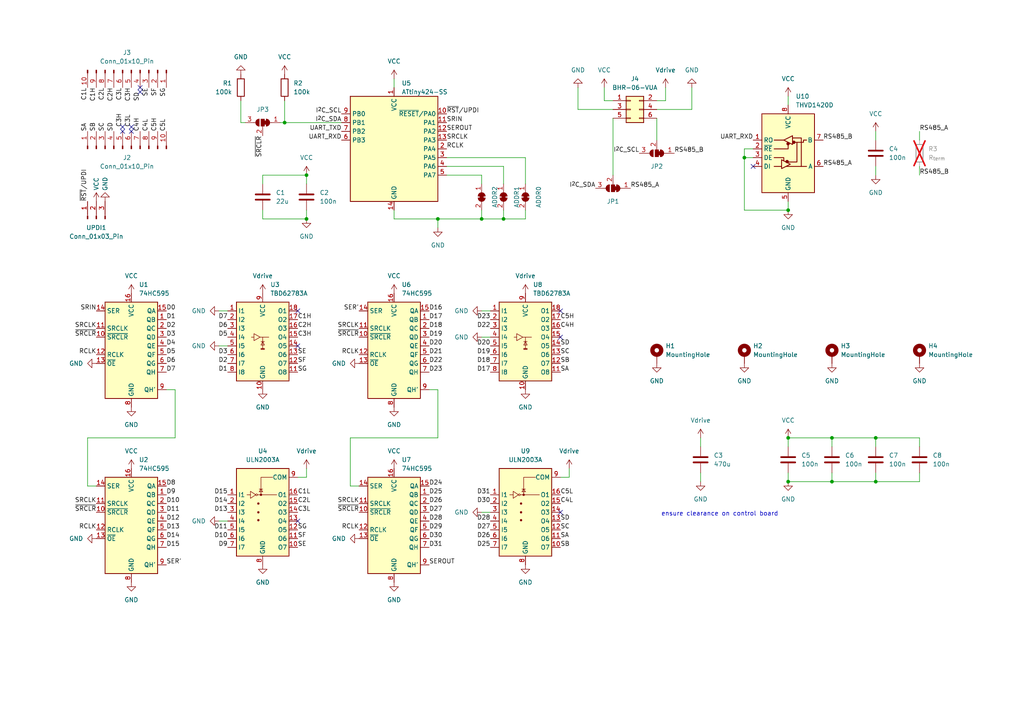
<source format=kicad_sch>
(kicad_sch (version 20230121) (generator eeschema)
  (paper "A4")
  (lib_symbols
    (symbol "74xx:74HC595"
      (property "Reference" "U" (at -7.62 13.97 0))
      (property "Value" "74HC595" (at -7.62 -16.51 0))
      (symbol "74HC595_1_0"
        (pin tri_state line (at 10.16 7.62 180) (length 2.54) (name "QB") (number "1"))
        (pin input line (at -10.16 2.54 0) (length 2.54) (name "~{SRCLR}") (number "10"))
        (pin input line (at -10.16 5.08 0) (length 2.54) (name "SRCLK") (number "11"))
        (pin input line (at -10.16 -2.54 0) (length 2.54) (name "RCLK") (number "12"))
        (pin input line (at -10.16 -5.08 0) (length 2.54) (name "~{OE}") (number "13"))
        (pin input line (at -10.16 10.16 0) (length 2.54) (name "SER") (number "14"))
        (pin tri_state line (at 10.16 10.16 180) (length 2.54) (name "QA") (number "15"))
        (pin power_in line (at 0 15.24 270) (length 2.54) (name "VCC") (number "16"))
        (pin tri_state line (at 10.16 5.08 180) (length 2.54) (name "QC") (number "2"))
        (pin tri_state line (at 10.16 2.54 180) (length 2.54) (name "QD") (number "3"))
        (pin tri_state line (at 10.16 0 180) (length 2.54) (name "QE") (number "4"))
        (pin tri_state line (at 10.16 -2.54 180) (length 2.54) (name "QF") (number "5"))
        (pin tri_state line (at 10.16 -5.08 180) (length 2.54) (name "QG") (number "6"))
        (pin tri_state line (at 10.16 -7.62 180) (length 2.54) (name "QH") (number "7"))
        (pin power_in line (at 0 -17.78 90) (length 2.54) (name "GND") (number "8"))
        (pin output line (at 10.16 -12.7 180) (length 2.54) (name "QH'") (number "9"))
      )
      (symbol "74HC595_1_1"
        (rectangle (start -7.62 12.7) (end 7.62 -15.24) (stroke (width 0.254)) (fill (type background)))
      )
    )
    (symbol "Connector:Conn_01x03_Pin" (pin_names (offset 1.016) hide)
      (property "Reference" "J" (at 0 5.08 0))
      (property "Value" "Conn_01x03_Pin" (at 0 -5.08 0))
      (symbol "Conn_01x03_Pin_1_1"
        (polyline (pts (xy 1.27 -2.54) (xy 0.8636 -2.54)) (stroke (width 0.1524)))
        (polyline (pts (xy 1.27 0) (xy 0.8636 0)) (stroke (width 0.1524)))
        (polyline (pts (xy 1.27 2.54) (xy 0.8636 2.54)) (stroke (width 0.1524)))
        (rectangle (start 0.8636 -2.413) (end 0 -2.667) (stroke (width 0.1524)) (fill (type outline)))
        (rectangle (start 0.8636 0.127) (end 0 -0.127) (stroke (width 0.1524)) (fill (type outline)))
        (rectangle (start 0.8636 2.667) (end 0 2.413) (stroke (width 0.1524)) (fill (type outline)))
        (pin passive line (at 5.08 2.54 180) (length 3.81) (name "Pin_1") (number "1"))
        (pin passive line (at 5.08 0 180) (length 3.81) (name "Pin_2") (number "2"))
        (pin passive line (at 5.08 -2.54 180) (length 3.81) (name "Pin_3") (number "3"))
      )
    )
    (symbol "Connector:Conn_01x10_Pin" (pin_names (offset 1.016) hide)
      (property "Reference" "J" (at 0 12.7 0))
      (property "Value" "Conn_01x10_Pin" (at 0 -15.24 0))
      (symbol "Conn_01x10_Pin_1_1"
        (polyline (pts (xy 1.27 -12.7) (xy 0.8636 -12.7)) (stroke (width 0.1524)))
        (polyline (pts (xy 1.27 -10.16) (xy 0.8636 -10.16)) (stroke (width 0.1524)))
        (polyline (pts (xy 1.27 -7.62) (xy 0.8636 -7.62)) (stroke (width 0.1524)))
        (polyline (pts (xy 1.27 -5.08) (xy 0.8636 -5.08)) (stroke (width 0.1524)))
        (polyline (pts (xy 1.27 -2.54) (xy 0.8636 -2.54)) (stroke (width 0.1524)))
        (polyline (pts (xy 1.27 0) (xy 0.8636 0)) (stroke (width 0.1524)))
        (polyline (pts (xy 1.27 2.54) (xy 0.8636 2.54)) (stroke (width 0.1524)))
        (polyline (pts (xy 1.27 5.08) (xy 0.8636 5.08)) (stroke (width 0.1524)))
        (polyline (pts (xy 1.27 7.62) (xy 0.8636 7.62)) (stroke (width 0.1524)))
        (polyline (pts (xy 1.27 10.16) (xy 0.8636 10.16)) (stroke (width 0.1524)))
        (rectangle (start 0.8636 -12.573) (end 0 -12.827) (stroke (width 0.1524)) (fill (type outline)))
        (rectangle (start 0.8636 -10.033) (end 0 -10.287) (stroke (width 0.1524)) (fill (type outline)))
        (rectangle (start 0.8636 -7.493) (end 0 -7.747) (stroke (width 0.1524)) (fill (type outline)))
        (rectangle (start 0.8636 -4.953) (end 0 -5.207) (stroke (width 0.1524)) (fill (type outline)))
        (rectangle (start 0.8636 -2.413) (end 0 -2.667) (stroke (width 0.1524)) (fill (type outline)))
        (rectangle (start 0.8636 0.127) (end 0 -0.127) (stroke (width 0.1524)) (fill (type outline)))
        (rectangle (start 0.8636 2.667) (end 0 2.413) (stroke (width 0.1524)) (fill (type outline)))
        (rectangle (start 0.8636 5.207) (end 0 4.953) (stroke (width 0.1524)) (fill (type outline)))
        (rectangle (start 0.8636 7.747) (end 0 7.493) (stroke (width 0.1524)) (fill (type outline)))
        (rectangle (start 0.8636 10.287) (end 0 10.033) (stroke (width 0.1524)) (fill (type outline)))
        (pin passive line (at 5.08 10.16 180) (length 3.81) (name "Pin_1") (number "1"))
        (pin passive line (at 5.08 -12.7 180) (length 3.81) (name "Pin_10") (number "10"))
        (pin passive line (at 5.08 7.62 180) (length 3.81) (name "Pin_2") (number "2"))
        (pin passive line (at 5.08 5.08 180) (length 3.81) (name "Pin_3") (number "3"))
        (pin passive line (at 5.08 2.54 180) (length 3.81) (name "Pin_4") (number "4"))
        (pin passive line (at 5.08 0 180) (length 3.81) (name "Pin_5") (number "5"))
        (pin passive line (at 5.08 -2.54 180) (length 3.81) (name "Pin_6") (number "6"))
        (pin passive line (at 5.08 -5.08 180) (length 3.81) (name "Pin_7") (number "7"))
        (pin passive line (at 5.08 -7.62 180) (length 3.81) (name "Pin_8") (number "8"))
        (pin passive line (at 5.08 -10.16 180) (length 3.81) (name "Pin_9") (number "9"))
      )
    )
    (symbol "Connector_Generic:Conn_02x03_Odd_Even" (pin_names (offset 1.016) hide)
      (property "Reference" "J" (at 1.27 5.08 0))
      (property "Value" "Conn_02x03_Odd_Even" (at 1.27 -5.08 0))
      (symbol "Conn_02x03_Odd_Even_1_1"
        (rectangle (start -1.27 -2.413) (end 0 -2.667) (stroke (width 0.1524)))
        (rectangle (start -1.27 0.127) (end 0 -0.127) (stroke (width 0.1524)))
        (rectangle (start -1.27 2.667) (end 0 2.413) (stroke (width 0.1524)))
        (rectangle (start -1.27 3.81) (end 3.81 -3.81) (stroke (width 0.254)) (fill (type background)))
        (rectangle (start 3.81 -2.413) (end 2.54 -2.667) (stroke (width 0.1524)))
        (rectangle (start 3.81 0.127) (end 2.54 -0.127) (stroke (width 0.1524)))
        (rectangle (start 3.81 2.667) (end 2.54 2.413) (stroke (width 0.1524)))
        (pin passive line (at -5.08 2.54 0) (length 3.81) (name "Pin_1") (number "1"))
        (pin passive line (at 7.62 2.54 180) (length 3.81) (name "Pin_2") (number "2"))
        (pin passive line (at -5.08 0 0) (length 3.81) (name "Pin_3") (number "3"))
        (pin passive line (at 7.62 0 180) (length 3.81) (name "Pin_4") (number "4"))
        (pin passive line (at -5.08 -2.54 0) (length 3.81) (name "Pin_5") (number "5"))
        (pin passive line (at 7.62 -2.54 180) (length 3.81) (name "Pin_6") (number "6"))
      )
    )
    (symbol "Device:C" (pin_numbers hide) (pin_names (offset 0.254))
      (property "Reference" "C" (at 0.635 2.54 0))
      (property "Value" "C" (at 0.635 -2.54 0))
      (symbol "C_0_1"
        (polyline (pts (xy -2.032 -0.762) (xy 2.032 -0.762)) (stroke (width 0.508)))
        (polyline (pts (xy -2.032 0.762) (xy 2.032 0.762)) (stroke (width 0.508)))
      )
      (symbol "C_1_1"
        (pin passive line (at 0 3.81 270) (length 2.794) (name "~") (number "1"))
        (pin passive line (at 0 -3.81 90) (length 2.794) (name "~") (number "2"))
      )
    )
    (symbol "Device:R" (pin_numbers hide) (pin_names (offset 0))
      (property "Reference" "R" (at 2.032 0 90))
      (property "Value" "R" (at 0 0 90))
      (symbol "R_0_1"
        (rectangle (start -1.016 -2.54) (end 1.016 2.54) (stroke (width 0.254)))
      )
      (symbol "R_1_1"
        (pin passive line (at 0 3.81 270) (length 1.27) (name "~") (number "1"))
        (pin passive line (at 0 -3.81 90) (length 1.27) (name "~") (number "2"))
      )
    )
    (symbol "Interface_UART:THVD1420D"
      (property "Reference" "U" (at -6.096 11.43 0))
      (property "Value" "THVD1420D" (at 0.762 11.43 0))
      (symbol "THVD1420D_0_1"
        (rectangle (start -7.62 10.16) (end 7.62 -12.7) (stroke (width 0.254)) (fill (type background)))
        (circle (center -0.3048 -3.683) (radius 0.3556) (stroke (width 0.254)) (fill (type outline)))
        (circle (center -0.0254 1.4986) (radius 0.3556) (stroke (width 0.254)) (fill (type outline)))
        (polyline (pts (xy -4.064 -5.08) (xy -1.905 -5.08)) (stroke (width 0.254)))
        (polyline (pts (xy -4.064 2.54) (xy -1.27 2.54)) (stroke (width 0.254)))
        (polyline (pts (xy -1.27 -3.2004) (xy -1.27 -3.4544)) (stroke (width 0.254)))
        (polyline (pts (xy -0.635 -5.08) (xy 5.334 -5.08)) (stroke (width 0.254)))
        (polyline (pts (xy -4.064 -2.54) (xy -1.27 -2.54) (xy -1.27 -3.175)) (stroke (width 0.254)))
        (polyline (pts (xy 0 1.27) (xy 0 0) (xy -4.064 0)) (stroke (width 0.254)))
        (polyline (pts (xy 1.27 3.175) (xy 3.81 3.175) (xy 3.81 -5.08)) (stroke (width 0.254)))
        (polyline (pts (xy 2.54 1.905) (xy 2.54 -3.81) (xy 0 -3.81)) (stroke (width 0.254)))
        (polyline (pts (xy -1.905 -3.175) (xy -1.905 -5.715) (xy 0.635 -4.445) (xy -1.905 -3.175)) (stroke (width 0.254)))
        (polyline (pts (xy -1.27 2.54) (xy 1.27 3.81) (xy 1.27 1.27) (xy -1.27 2.54)) (stroke (width 0.254)))
        (polyline (pts (xy 1.905 1.905) (xy 4.445 1.905) (xy 4.445 2.54) (xy 5.334 2.54)) (stroke (width 0.254)))
        (rectangle (start 1.27 3.175) (end 1.27 3.175))
        (circle (center 1.651 1.905) (radius 0.3556) (stroke (width 0.254)) (fill (type outline)))
      )
      (symbol "THVD1420D_1_1"
        (pin output line (at -10.16 2.54 0) (length 2.54) (name "RO") (number "1"))
        (pin input line (at -10.16 0 0) (length 2.54) (name "~{RE}") (number "2"))
        (pin input line (at -10.16 -2.54 0) (length 2.54) (name "DE") (number "3"))
        (pin input line (at -10.16 -5.08 0) (length 2.54) (name "DI") (number "4"))
        (pin power_in line (at 0 -15.24 90) (length 2.54) (name "GND") (number "5"))
        (pin bidirectional line (at 10.16 -5.08 180) (length 2.54) (name "A") (number "6"))
        (pin bidirectional line (at 10.16 2.54 180) (length 2.54) (name "B") (number "7"))
        (pin power_in line (at 0 12.7 270) (length 2.54) (name "VCC") (number "8"))
      )
    )
    (symbol "Jumper:SolderJumper_2_Bridged" (pin_names (offset 0) hide)
      (property "Reference" "JP" (at 0 2.032 0))
      (property "Value" "SolderJumper_2_Bridged" (at 0 -2.54 0))
      (symbol "SolderJumper_2_Bridged_0_1"
        (rectangle (start -0.508 0.508) (end 0.508 -0.508) (fill (type outline)))
        (arc (start -0.254 1.016) (mid -1.2656 0) (end -0.254 -1.016))
        (arc (start -0.254 1.016) (mid -1.2656 0) (end -0.254 -1.016) (fill (type outline)))
        (polyline (pts (xy -0.254 1.016) (xy -0.254 -1.016)))
        (polyline (pts (xy 0.254 1.016) (xy 0.254 -1.016)))
        (arc (start 0.254 -1.016) (mid 1.2656 0) (end 0.254 1.016))
        (arc (start 0.254 -1.016) (mid 1.2656 0) (end 0.254 1.016) (fill (type outline)))
      )
      (symbol "SolderJumper_2_Bridged_1_1"
        (pin passive line (at -3.81 0 0) (length 2.54) (name "A") (number "1"))
        (pin passive line (at 3.81 0 180) (length 2.54) (name "B") (number "2"))
      )
    )
    (symbol "Jumper:SolderJumper_3_Bridged12" (pin_names (offset 0) hide)
      (property "Reference" "JP" (at -2.54 -2.54 0))
      (property "Value" "SolderJumper_3_Bridged12" (at 0 2.794 0))
      (symbol "SolderJumper_3_Bridged12_0_1"
        (rectangle (start -1.016 0.508) (end -0.508 -0.508) (fill (type outline)))
        (arc (start -1.016 1.016) (mid -2.0276 0) (end -1.016 -1.016))
        (arc (start -1.016 1.016) (mid -2.0276 0) (end -1.016 -1.016) (fill (type outline)))
        (rectangle (start -0.508 1.016) (end 0.508 -1.016) (fill (type outline)))
        (polyline (pts (xy -2.54 0) (xy -2.032 0)))
        (polyline (pts (xy -1.016 1.016) (xy -1.016 -1.016)))
        (polyline (pts (xy 0 -1.27) (xy 0 -1.016)))
        (polyline (pts (xy 1.016 1.016) (xy 1.016 -1.016)))
        (polyline (pts (xy 2.54 0) (xy 2.032 0)))
        (arc (start 1.016 -1.016) (mid 2.0276 0) (end 1.016 1.016))
        (arc (start 1.016 -1.016) (mid 2.0276 0) (end 1.016 1.016) (fill (type outline)))
      )
      (symbol "SolderJumper_3_Bridged12_1_1"
        (pin passive line (at -5.08 0 0) (length 2.54) (name "A") (number "1"))
        (pin passive line (at 0 -3.81 90) (length 2.54) (name "C") (number "2"))
        (pin passive line (at 5.08 0 180) (length 2.54) (name "B") (number "3"))
      )
    )
    (symbol "MCU_Microchip_ATtiny:ATtiny424-SS"
      (property "Reference" "U" (at -12.7 16.51 0))
      (property "Value" "ATtiny424-SS" (at 2.54 -16.51 0))
      (symbol "ATtiny424-SS_0_1"
        (rectangle (start -12.7 -15.24) (end 12.7 15.24) (stroke (width 0.254)) (fill (type background)))
      )
      (symbol "ATtiny424-SS_1_1"
        (pin power_in line (at 0 17.78 270) (length 2.54) (name "VCC") (number "1"))
        (pin bidirectional line (at 15.24 10.16 180) (length 2.54) (name "~{RESET}/PA0") (number "10"))
        (pin bidirectional line (at 15.24 7.62 180) (length 2.54) (name "PA1") (number "11"))
        (pin bidirectional line (at 15.24 5.08 180) (length 2.54) (name "PA2") (number "12"))
        (pin bidirectional line (at 15.24 2.54 180) (length 2.54) (name "PA3") (number "13"))
        (pin power_in line (at 0 -17.78 90) (length 2.54) (name "GND") (number "14"))
        (pin bidirectional line (at 15.24 0 180) (length 2.54) (name "PA4") (number "2"))
        (pin bidirectional line (at 15.24 -2.54 180) (length 2.54) (name "PA5") (number "3"))
        (pin bidirectional line (at 15.24 -5.08 180) (length 2.54) (name "PA6") (number "4"))
        (pin bidirectional line (at 15.24 -7.62 180) (length 2.54) (name "PA7") (number "5"))
        (pin bidirectional line (at -15.24 2.54 0) (length 2.54) (name "PB3") (number "6"))
        (pin bidirectional line (at -15.24 5.08 0) (length 2.54) (name "PB2") (number "7"))
        (pin bidirectional line (at -15.24 7.62 0) (length 2.54) (name "PB1") (number "8"))
        (pin bidirectional line (at -15.24 10.16 0) (length 2.54) (name "PB0") (number "9"))
      )
    )
    (symbol "Mechanical:MountingHole_Pad" (pin_numbers hide) (pin_names (offset 1.016) hide)
      (property "Reference" "H" (at 0 6.35 0))
      (property "Value" "MountingHole_Pad" (at 0 4.445 0))
      (symbol "MountingHole_Pad_0_1"
        (circle (center 0 1.27) (radius 1.27) (stroke (width 1.27)))
      )
      (symbol "MountingHole_Pad_1_1"
        (pin input line (at 0 -2.54 90) (length 2.54) (name "1") (number "1"))
      )
    )
    (symbol "Transistor_Array:TBD62783A"
      (property "Reference" "U" (at -7.62 11.43 0))
      (property "Value" "TBD62783A" (at 1.27 11.43 0))
      (symbol "TBD62783A_0_1"
        (rectangle (start -7.62 10.16) (end 7.62 -12.7) (stroke (width 0.254)) (fill (type background)))
        (rectangle (start -0.508 -3.302) (end 0.508 -3.556) (fill (type outline)))
        (polyline (pts (xy -1.778 -2.794) (xy -1.778 -2.794)) (stroke (width 0.254)))
        (polyline (pts (xy -1.778 -2.032) (xy -1.778 -2.032)) (stroke (width 0.254)))
        (polyline (pts (xy -1.778 -1.27) (xy -1.778 -1.27)) (stroke (width 0.254)))
        (polyline (pts (xy -1.778 1.27) (xy -1.778 1.27)) (stroke (width 0.254)))
        (polyline (pts (xy -1.778 2.032) (xy -1.778 2.032)) (stroke (width 0.254)))
        (polyline (pts (xy -1.778 2.794) (xy -1.778 2.794)) (stroke (width 0.254)))
        (polyline (pts (xy -0.762 0) (xy 1.778 0)))
        (polyline (pts (xy -0.508 -1.27) (xy 0.508 -1.27)))
        (polyline (pts (xy 0 0) (xy 0 -3.302)))
        (polyline (pts (xy 0 0) (xy 0 0)) (stroke (width 0.508)))
        (polyline (pts (xy 0 -1.27) (xy -0.508 -2.286) (xy 0.508 -2.286) (xy 0 -1.27)))
        (polyline (pts (xy -3.302 0) (xy -2.54 0) (xy -2.54 1.016) (xy -0.762 0) (xy -2.54 -1.016) (xy -2.54 0)))
      )
      (symbol "TBD62783A_1_1"
        (pin input line (at -10.16 7.62 0) (length 2.54) (name "I1") (number "1"))
        (pin power_in line (at 0 -15.24 90) (length 2.54) (name "GND") (number "10"))
        (pin open_emitter line (at 10.16 -10.16 180) (length 2.54) (name "O8") (number "11"))
        (pin open_emitter line (at 10.16 -7.62 180) (length 2.54) (name "O7") (number "12"))
        (pin open_emitter line (at 10.16 -5.08 180) (length 2.54) (name "O6") (number "13"))
        (pin open_emitter line (at 10.16 -2.54 180) (length 2.54) (name "O5") (number "14"))
        (pin open_emitter line (at 10.16 0 180) (length 2.54) (name "O4") (number "15"))
        (pin open_emitter line (at 10.16 2.54 180) (length 2.54) (name "O3") (number "16"))
        (pin open_emitter line (at 10.16 5.08 180) (length 2.54) (name "O2") (number "17"))
        (pin open_emitter line (at 10.16 7.62 180) (length 2.54) (name "O1") (number "18"))
        (pin input line (at -10.16 5.08 0) (length 2.54) (name "I2") (number "2"))
        (pin input line (at -10.16 2.54 0) (length 2.54) (name "I3") (number "3"))
        (pin input line (at -10.16 0 0) (length 2.54) (name "I4") (number "4"))
        (pin input line (at -10.16 -2.54 0) (length 2.54) (name "I5") (number "5"))
        (pin input line (at -10.16 -5.08 0) (length 2.54) (name "I6") (number "6"))
        (pin input line (at -10.16 -7.62 0) (length 2.54) (name "I7") (number "7"))
        (pin input line (at -10.16 -10.16 0) (length 2.54) (name "I8") (number "8"))
        (pin power_in line (at 0 12.7 270) (length 2.54) (name "VCC") (number "9"))
      )
    )
    (symbol "Transistor_Array:ULN2003A"
      (property "Reference" "U" (at 0 15.875 0))
      (property "Value" "ULN2003A" (at 0 13.97 0))
      (symbol "ULN2003A_0_1"
        (rectangle (start -7.62 -12.7) (end 7.62 12.7) (stroke (width 0.254)) (fill (type background)))
        (circle (center -1.778 5.08) (radius 0.254))
        (circle (center -1.27 -2.286) (radius 0.254) (fill (type outline)))
        (circle (center -1.27 0) (radius 0.254) (fill (type outline)))
        (circle (center -1.27 2.54) (radius 0.254) (fill (type outline)))
        (circle (center -0.508 5.08) (radius 0.254) (fill (type outline)))
        (polyline (pts (xy -4.572 5.08) (xy -3.556 5.08)))
        (polyline (pts (xy -1.524 5.08) (xy 4.064 5.08)))
        (polyline (pts (xy 0 6.731) (xy -1.016 6.731)))
        (polyline (pts (xy -0.508 5.08) (xy -0.508 10.16) (xy 2.921 10.16)))
        (polyline (pts (xy -3.556 6.096) (xy -3.556 4.064) (xy -2.032 5.08) (xy -3.556 6.096)))
        (polyline (pts (xy 0 5.969) (xy -1.016 5.969) (xy -0.508 6.731) (xy 0 5.969)))
      )
      (symbol "ULN2003A_1_1"
        (pin input line (at -10.16 5.08 0) (length 2.54) (name "I1") (number "1"))
        (pin open_collector line (at 10.16 -10.16 180) (length 2.54) (name "O7") (number "10"))
        (pin open_collector line (at 10.16 -7.62 180) (length 2.54) (name "O6") (number "11"))
        (pin open_collector line (at 10.16 -5.08 180) (length 2.54) (name "O5") (number "12"))
        (pin open_collector line (at 10.16 -2.54 180) (length 2.54) (name "O4") (number "13"))
        (pin open_collector line (at 10.16 0 180) (length 2.54) (name "O3") (number "14"))
        (pin open_collector line (at 10.16 2.54 180) (length 2.54) (name "O2") (number "15"))
        (pin open_collector line (at 10.16 5.08 180) (length 2.54) (name "O1") (number "16"))
        (pin input line (at -10.16 2.54 0) (length 2.54) (name "I2") (number "2"))
        (pin input line (at -10.16 0 0) (length 2.54) (name "I3") (number "3"))
        (pin input line (at -10.16 -2.54 0) (length 2.54) (name "I4") (number "4"))
        (pin input line (at -10.16 -5.08 0) (length 2.54) (name "I5") (number "5"))
        (pin input line (at -10.16 -7.62 0) (length 2.54) (name "I6") (number "6"))
        (pin input line (at -10.16 -10.16 0) (length 2.54) (name "I7") (number "7"))
        (pin power_in line (at 0 -15.24 90) (length 2.54) (name "GND") (number "8"))
        (pin passive line (at 10.16 10.16 180) (length 2.54) (name "COM") (number "9"))
      )
    )
    (symbol "power:GND" (power) (pin_names (offset 0))
      (property "Value" "GND" (at 0 -3.81 0))
      (symbol "GND_0_1"
        (polyline (pts (xy 0 0) (xy 0 -1.27) (xy 1.27 -1.27) (xy 0 -2.54) (xy -1.27 -1.27) (xy 0 -1.27)))
      )
      (symbol "GND_1_1"
        (pin power_in line (at 0 0 270) (length 0) hide (name "GND") (number "1"))
      )
    )
    (symbol "power:VCC" (power) (pin_names (offset 0))
      (property "Value" "VCC" (at 0 3.81 0))
      (symbol "VCC_0_1"
        (polyline (pts (xy -0.762 1.27) (xy 0 2.54)))
        (polyline (pts (xy 0 0) (xy 0 2.54)))
        (polyline (pts (xy 0 2.54) (xy 0.762 1.27)))
      )
      (symbol "VCC_1_1"
        (pin power_in line (at 0 0 90) (length 0) hide (name "VCC") (number "1"))
      )
    )
    (symbol "power:Vdrive" (power) (pin_names (offset 0))
      (property "Value" "Vdrive" (at 0 3.81 0))
      (symbol "Vdrive_0_1"
        (polyline (pts (xy -0.762 1.27) (xy 0 2.54)))
        (polyline (pts (xy 0 0) (xy 0 2.54)))
        (polyline (pts (xy 0 2.54) (xy 0.762 1.27)))
      )
      (symbol "Vdrive_1_1"
        (pin power_in line (at 0 0 90) (length 0) hide (name "Vdrive") (number "1"))
      )
    )
  )
  (junction (at 254 127))
  (junction (at 82.55 35.56))
  (junction (at 228.6 139.7))
  (junction (at 127 63.5))
  (junction (at 228.6 127))
  (junction (at 215.9 45.72))
  (junction (at 241.3 127))
  (junction (at 88.9 50.8))
  (junction (at 88.9 63.5))
  (junction (at 228.6 60.96))
  (junction (at 146.05 63.5))
  (junction (at 254 139.7))
  (junction (at 139.7 63.5))
  (junction (at 241.3 139.7))
  (no_connect (at 35.56 38.1))
  (no_connect (at 162.56 97.79))
  (no_connect (at 38.1 38.1))
  (no_connect (at 162.56 90.17))
  (no_connect (at 218.44 48.26))
  (no_connect (at 86.36 90.17))
  (no_connect (at 35.56 36.83))
  (no_connect (at 40.64 26.67))
  (no_connect (at 86.36 100.33))
  (no_connect (at 38.1 36.83))
  (no_connect (at 86.36 151.13))
  (no_connect (at 162.56 148.59))
  (no_connect (at 40.64 25.4))
  (wire (pts (xy 139.7 90.17) (xy 142.24 90.17)))
  (wire (pts (xy 88.9 135.89) (xy 88.9 138.43)))
  (wire (pts (xy 27.94 140.97) (xy 25.4 140.97)))
  (wire (pts (xy 25.4 127) (xy 50.8 127)))
  (wire (pts (xy 190.5 34.29) (xy 190.5 40.64)))
  (wire (pts (xy 152.4 60.96) (xy 152.4 63.5)))
  (wire (pts (xy 114.3 22.86) (xy 114.3 25.4)))
  (wire (pts (xy 152.4 63.5) (xy 146.05 63.5)))
  (wire (pts (xy 139.7 148.59) (xy 142.24 148.59)))
  (wire (pts (xy 88.9 63.5) (xy 88.9 60.96)))
  (wire (pts (xy 63.5 151.13) (xy 66.04 151.13)))
  (wire (pts (xy 228.6 58.42) (xy 228.6 60.96)))
  (wire (pts (xy 228.6 127) (xy 228.6 129.54)))
  (wire (pts (xy 254 127) (xy 266.7 127)))
  (wire (pts (xy 215.9 43.18) (xy 218.44 43.18)))
  (wire (pts (xy 139.7 50.8) (xy 129.54 50.8)))
  (wire (pts (xy 177.8 34.29) (xy 177.8 50.8)))
  (wire (pts (xy 190.5 29.21) (xy 193.04 29.21)))
  (wire (pts (xy 254 50.8) (xy 254 48.26)))
  (wire (pts (xy 165.1 138.43) (xy 162.56 138.43)))
  (wire (pts (xy 127 63.5) (xy 127 66.04)))
  (wire (pts (xy 82.55 35.56) (xy 99.06 35.56)))
  (wire (pts (xy 228.6 139.7) (xy 228.6 137.16)))
  (wire (pts (xy 114.3 63.5) (xy 114.3 60.96)))
  (wire (pts (xy 254 127) (xy 254 129.54)))
  (wire (pts (xy 215.9 45.72) (xy 215.9 43.18)))
  (wire (pts (xy 69.85 35.56) (xy 71.12 35.56)))
  (wire (pts (xy 50.8 127) (xy 50.8 113.03)))
  (wire (pts (xy 228.6 27.94) (xy 228.6 30.48)))
  (wire (pts (xy 200.66 31.75) (xy 190.5 31.75)))
  (wire (pts (xy 228.6 60.96) (xy 215.9 60.96)))
  (wire (pts (xy 228.6 127) (xy 241.3 127)))
  (wire (pts (xy 76.2 63.5) (xy 88.9 63.5)))
  (wire (pts (xy 228.6 139.7) (xy 241.3 139.7)))
  (wire (pts (xy 175.26 25.4) (xy 175.26 29.21)))
  (wire (pts (xy 139.7 97.79) (xy 142.24 97.79)))
  (wire (pts (xy 25.4 140.97) (xy 25.4 127)))
  (wire (pts (xy 152.4 45.72) (xy 152.4 53.34)))
  (wire (pts (xy 200.66 25.4) (xy 200.66 31.75)))
  (wire (pts (xy 139.7 53.34) (xy 139.7 50.8)))
  (wire (pts (xy 139.7 60.96) (xy 139.7 63.5)))
  (wire (pts (xy 63.5 90.17) (xy 66.04 90.17)))
  (wire (pts (xy 50.8 113.03) (xy 48.26 113.03)))
  (wire (pts (xy 81.28 35.56) (xy 82.55 35.56)))
  (wire (pts (xy 266.7 38.1) (xy 266.7 40.64)))
  (wire (pts (xy 146.05 60.96) (xy 146.05 63.5)))
  (wire (pts (xy 146.05 48.26) (xy 146.05 53.34)))
  (wire (pts (xy 241.3 127) (xy 241.3 129.54)))
  (wire (pts (xy 146.05 63.5) (xy 139.7 63.5)))
  (wire (pts (xy 203.2 139.7) (xy 203.2 137.16)))
  (wire (pts (xy 101.6 140.97) (xy 101.6 127)))
  (wire (pts (xy 193.04 29.21) (xy 193.04 25.4)))
  (wire (pts (xy 88.9 50.8) (xy 88.9 53.34)))
  (wire (pts (xy 139.7 63.5) (xy 127 63.5)))
  (wire (pts (xy 175.26 29.21) (xy 177.8 29.21)))
  (wire (pts (xy 129.54 48.26) (xy 146.05 48.26)))
  (wire (pts (xy 76.2 60.96) (xy 76.2 63.5)))
  (wire (pts (xy 203.2 127) (xy 203.2 129.54)))
  (wire (pts (xy 167.64 31.75) (xy 177.8 31.75)))
  (wire (pts (xy 76.2 50.8) (xy 88.9 50.8)))
  (wire (pts (xy 127 127) (xy 127 113.03)))
  (wire (pts (xy 241.3 127) (xy 254 127)))
  (wire (pts (xy 254 139.7) (xy 266.7 139.7)))
  (wire (pts (xy 165.1 138.43) (xy 165.1 135.89)))
  (wire (pts (xy 266.7 139.7) (xy 266.7 137.16)))
  (wire (pts (xy 76.2 53.34) (xy 76.2 50.8)))
  (wire (pts (xy 254 38.1) (xy 254 40.64)))
  (wire (pts (xy 241.3 139.7) (xy 254 139.7)))
  (wire (pts (xy 241.3 139.7) (xy 241.3 137.16)))
  (wire (pts (xy 215.9 45.72) (xy 218.44 45.72)))
  (wire (pts (xy 266.7 127) (xy 266.7 129.54)))
  (wire (pts (xy 254 139.7) (xy 254 137.16)))
  (wire (pts (xy 82.55 29.21) (xy 82.55 35.56)))
  (wire (pts (xy 104.14 140.97) (xy 101.6 140.97)))
  (wire (pts (xy 129.54 45.72) (xy 152.4 45.72)))
  (wire (pts (xy 215.9 60.96) (xy 215.9 45.72)))
  (wire (pts (xy 88.9 138.43) (xy 86.36 138.43)))
  (wire (pts (xy 266.7 48.26) (xy 266.7 50.8)))
  (wire (pts (xy 101.6 127) (xy 127 127)))
  (wire (pts (xy 127 113.03) (xy 124.46 113.03)))
  (wire (pts (xy 167.64 25.4) (xy 167.64 31.75)))
  (wire (pts (xy 63.5 100.33) (xy 66.04 100.33)))
  (wire (pts (xy 69.85 29.21) (xy 69.85 35.56)))
  (wire (pts (xy 127 63.5) (xy 114.3 63.5)))
  (text "ensure clearance on control board\n" (at 191.77 149.86 0) (effects (font (size 1.27 1.27)) (justify left bottom)))
  (label "C3L" (at 38.1 36.83 90))
  (label "RS485_A" (at 266.7 38.1 0))
  (label "C2L" (at 30.48 25.4 270))
  (label "D3" (at 66.04 102.87 180))
  (label "C1H" (at 86.36 92.71 0))
  (label "D1" (at 48.26 92.71 0))
  (label "SEROUT" (at 129.54 38.1 0))
  (label "C3H" (at 38.1 25.4 270))
  (label "RS485_B" (at 238.76 40.64 0))
  (label "RS485_B" (at 266.7 50.8 0))
  (label "~{RST}{slash}UPDI" (at 129.54 33.02 0))
  (label "D28" (at 124.46 151.13 0))
  (label "UART_TXD" (at 99.06 38.1 180))
  (label "SC" (at 30.48 38.1 90))
  (label "SRCLK" (at 129.54 40.64 0))
  (label "D9" (at 66.04 158.75 180))
  (label "D10" (at 48.26 146.05 0))
  (label "D0" (at 48.26 90.17 0))
  (label "SF" (at 86.36 156.21 0))
  (label "C5H" (at 162.56 92.71 0))
  (label "SER'" (at 104.14 90.17 180))
  (label "SB" (at 162.56 158.75 0))
  (label "D19" (at 142.24 102.87 180))
  (label "D11" (at 66.04 153.67 180))
  (label "SRCLK" (at 27.94 146.05 180))
  (label "C3H" (at 35.56 36.83 90))
  (label "~{SRCLR}" (at 104.14 148.59 180))
  (label "SA" (at 162.56 107.95 0))
  (label "SE" (at 43.18 25.4 270))
  (label "D14" (at 48.26 156.21 0))
  (label "I^{2}C_SDA" (at 99.06 35.56 180))
  (label "SG" (at 48.26 25.4 270))
  (label "SA" (at 25.4 38.1 90))
  (label "SF" (at 45.72 25.4 270))
  (label "D27" (at 124.46 148.59 0))
  (label "SE" (at 86.36 158.75 0))
  (label "C1L" (at 86.36 143.51 0))
  (label "UART_RXD" (at 99.06 40.64 180))
  (label "D14" (at 66.04 146.05 180))
  (label "SD" (at 162.56 100.33 0))
  (label "SD" (at 40.64 26.67 270))
  (label "D2" (at 48.26 95.25 0))
  (label "D13" (at 66.04 148.59 180))
  (label "SA" (at 162.56 156.21 0))
  (label "SRCLK" (at 104.14 146.05 180))
  (label "C4L" (at 43.18 38.1 90))
  (label "SG" (at 86.36 107.95 0))
  (label "D26" (at 142.24 156.21 180))
  (label "D7" (at 66.04 92.71 180))
  (label "RS485_A" (at 238.76 48.26 0))
  (label "D15" (at 48.26 158.75 0))
  (label "C1H" (at 27.94 25.4 270))
  (label "SG" (at 86.36 153.67 0))
  (label "D3" (at 48.26 97.79 0))
  (label "SRIN" (at 129.54 35.56 0))
  (label "~{RST}{slash}UPDI" (at 25.4 58.42 90))
  (label "C4H" (at 162.56 95.25 0))
  (label "SRIN" (at 27.94 90.17 180))
  (label "SRCLK" (at 104.14 95.25 180))
  (label "SRCLK" (at 27.94 95.25 180))
  (label "D22" (at 124.46 105.41 0))
  (label "D19" (at 124.46 97.79 0))
  (label "SD" (at 33.02 38.1 90))
  (label "~{SRCLR}" (at 104.14 97.79 180))
  (label "RCLK" (at 104.14 153.67 180))
  (label "D12" (at 48.26 151.13 0))
  (label "RCLK" (at 104.14 102.87 180))
  (label "SC" (at 162.56 153.67 0))
  (label "~{SRCLR}" (at 27.94 148.59 180))
  (label "C5L" (at 162.56 143.51 0))
  (label "I^{2}C_SDA" (at 172.72 54.61 180))
  (label "D31" (at 124.46 158.75 0))
  (label "~{SRCLR}" (at 27.94 97.79 180))
  (label "~{SRCLR}" (at 76.2 39.37 270))
  (label "D6" (at 48.26 105.41 0))
  (label "D17" (at 142.24 107.95 180))
  (label "D16" (at 124.46 90.17 0))
  (label "I^{2}C_SCL" (at 99.06 33.02 180))
  (label "D8" (at 48.26 140.97 0))
  (label "UART_RXD" (at 218.44 40.64 180))
  (label "D13" (at 48.26 153.67 0))
  (label "D10" (at 66.04 156.21 180))
  (label "RS485_B" (at 195.58 44.45 0))
  (label "SB" (at 162.56 105.41 0))
  (label "SF" (at 86.36 105.41 0))
  (label "RS485_A" (at 182.88 54.61 0))
  (label "D25" (at 142.24 158.75 180))
  (label "D28" (at 142.24 151.13 180))
  (label "C2H" (at 33.02 25.4 270))
  (label "SER'" (at 48.26 163.83 0))
  (label "SB" (at 27.94 38.1 90))
  (label "RCLK" (at 27.94 102.87 180))
  (label "C5L" (at 48.26 38.1 90))
  (label "D18" (at 124.46 95.25 0))
  (label "SE" (at 86.36 102.87 0))
  (label "SD" (at 162.56 151.13 0))
  (label "D29" (at 124.46 153.67 0))
  (label "D23" (at 142.24 92.71 180))
  (label "SC" (at 162.56 102.87 0))
  (label "D30" (at 142.24 146.05 180))
  (label "C3L" (at 35.56 25.4 270))
  (label "I^{2}C_SCL" (at 185.42 44.45 180))
  (label "D4" (at 48.26 100.33 0))
  (label "C3H" (at 86.36 97.79 0))
  (label "D30" (at 124.46 156.21 0))
  (label "D26" (at 124.46 146.05 0))
  (label "D17" (at 124.46 92.71 0))
  (label "C5H" (at 45.72 38.1 90))
  (label "D5" (at 66.04 97.79 180))
  (label "D7" (at 48.26 107.95 0))
  (label "D15" (at 66.04 143.51 180))
  (label "D31" (at 142.24 143.51 180))
  (label "D9" (at 48.26 143.51 0))
  (label "D21" (at 124.46 102.87 0))
  (label "C4H" (at 40.64 38.1 90))
  (label "C3L" (at 86.36 148.59 0))
  (label "SEROUT" (at 124.46 163.83 0))
  (label "D24" (at 124.46 140.97 0))
  (label "D23" (at 124.46 107.95 0))
  (label "C2H" (at 86.36 95.25 0))
  (label "D27" (at 142.24 153.67 180))
  (label "C1L" (at 25.4 25.4 270))
  (label "C2L" (at 86.36 146.05 0))
  (label "D20" (at 142.24 100.33 180))
  (label "D6" (at 66.04 95.25 180))
  (label "D1" (at 66.04 107.95 180))
  (label "RCLK" (at 129.54 43.18 0))
  (label "D18" (at 142.24 105.41 180))
  (label "D20" (at 124.46 100.33 0))
  (label "D5" (at 48.26 102.87 0))
  (label "D25" (at 124.46 143.51 0))
  (label "D2" (at 66.04 105.41 180))
  (label "D11" (at 48.26 148.59 0))
  (label "C4L" (at 162.56 146.05 0))
  (label "RCLK" (at 27.94 153.67 180))
  (label "D22" (at 142.24 95.25 180))
  (symbol (lib_id "74xx:74HC595") (at 38.1 100.33 0) (unit 1)
    (property "Reference" "U1" (at 40.2941 82.55 0) (effects (justify left)))
    (property "Value" "74HC595" (at 40.2941 85.09 0) (effects (justify left)))
    (property "Footprint" "Package_SO:SOIC-16_3.9x9.9mm_P1.27mm" (effects hide))
    (property "Datasheet" "http://www.ti.com/lit/ds/symlink/sn74hc595.pdf" (effects hide))
  )
  (symbol (lib_id "Transistor_Array:ULN2003A") (at 76.2 148.59 0) (unit 1)
    (property "Reference" "U4" (at 76.2 130.81 0))
    (property "Value" "ULN2003A" (at 76.2 133.35 0))
    (property "Footprint" "Package_SO:SOIC-16_3.9x9.9mm_P1.27mm" (effects hide))
    (property "Datasheet" "http://www.ti.com/lit/ds/symlink/uln2003a.pdf" (effects hide))
  )
  (symbol (lib_id "power:GND") (at 139.7 148.59 270) (unit 1)
    (property "Reference" "#PWR029" (effects hide))
    (property "Value" "GND" (at 135.89 148.59 90) (effects (justify right)))
  )
  (symbol (lib_id "power:GND") (at 152.4 163.83 0) (unit 1)
    (property "Reference" "#PWR034" (effects hide))
    (property "Value" "GND" (at 152.4 168.91 0))
  )
  (symbol (lib_id "Connector:Conn_01x10_Pin") (at 38.1 20.32 270) (unit 1)
    (property "Reference" "J3" (at 36.83 15.24 90))
    (property "Value" "Conn_01x10_Pin" (at 36.83 17.78 90))
    (property "Footprint" "Connector_PinSocket_2.54mm:PinSocket_1x10_P2.54mm_Vertical" (effects hide))
  )
  (symbol (lib_id "Jumper:SolderJumper_3_Bridged12") (at 190.5 44.45 180) (unit 1)
    (property "Reference" "JP2" (at 190.5 48.26 0))
    (property "Value" "SolderJumper_3_Bridged12" (effects hide))
    (property "Footprint" "Jumper:SolderJumper-3_P1.3mm_Bridged12_RoundedPad1.0x1.5mm" (effects hide))
  )
  (symbol (lib_id "power:VCC") (at 38.1 135.89 0) (unit 1)
    (property "Reference" "#PWR07" (effects hide))
    (property "Value" "VCC" (at 38.1 130.81 0))
  )
  (symbol (lib_id "MCU_Microchip_ATtiny:ATtiny424-SS") (at 114.3 43.18 0) (unit 1)
    (property "Reference" "U5" (at 116.4941 24.13 0) (effects (justify left)))
    (property "Value" "ATtiny424-SS" (at 116.4941 26.67 0) (effects (justify left)))
    (property "Footprint" "Package_SO:SOIC-14_3.9x8.7mm_P1.27mm" (effects hide))
    (property "Datasheet" "https://ww1.microchip.com/downloads/en/DeviceDoc/ATtiny424-426-427-824-826-827-DataSheet-DS40002311A.pdf" (effects hide))
  )
  (symbol (lib_id "power:GND") (at 254 50.8 0) (unit 1)
    (property "Reference" "#PWR043" (effects hide))
    (property "Value" "GND" (at 254 55.88 0))
  )
  (symbol (lib_id "power:GND") (at 63.5 100.33 270) (unit 1)
    (property "Reference" "#PWR012" (effects hide))
    (property "Value" "GND" (at 59.69 100.33 90) (effects (justify right)))
  )
  (symbol (lib_id "power:GND") (at 190.5 105.41 0) (unit 1)
    (property "Reference" "#PWR046" (effects hide))
    (property "Value" "GND" (at 190.5 110.49 0))
  )
  (symbol (lib_id "Jumper:SolderJumper_2_Bridged") (at 152.4 57.15 270) (unit 1)
    (property "Reference" "ADDR0" (at 156.21 57.15 0))
    (property "Value" "ADDR0" (effects hide))
    (property "Footprint" "Jumper:SolderJumper-2_P1.3mm_Bridged_RoundedPad1.0x1.5mm" (effects hide))
  )
  (symbol (lib_id "Device:C") (at 203.2 133.35 0) (unit 1)
    (property "Reference" "C3" (at 207.01 132.08 0) (effects (justify left)))
    (property "Value" "470u" (at 207.01 134.62 0) (effects (justify left)))
    (property "Footprint" "Capacitor_THT:CP_Radial_D8.0mm_P3.50mm" (effects hide))
    (property "Field4" "https://uk.farnell.com/panasonic/eeufc1j391/cap-390-f-63v-20/dp/9692541" (effects hide))
  )
  (symbol (lib_id "74xx:74HC595") (at 38.1 151.13 0) (unit 1)
    (property "Reference" "U2" (at 40.2941 133.35 0) (effects (justify left)))
    (property "Value" "74HC595" (at 40.2941 135.89 0) (effects (justify left)))
    (property "Footprint" "Package_SO:SOIC-16_3.9x9.9mm_P1.27mm" (effects hide))
    (property "Datasheet" "http://www.ti.com/lit/ds/symlink/sn74hc595.pdf" (effects hide))
  )
  (symbol (lib_id "Mechanical:MountingHole_Pad") (at 215.9 102.87 0) (unit 1)
    (property "Reference" "H2" (at 218.44 100.33 0) (effects (justify left)))
    (property "Value" "MountingHole" (at 218.44 102.87 0) (effects (justify left)))
    (property "Footprint" "MountingHole:MountingHole_3.2mm_M3_Pad" (effects hide))
  )
  (symbol (lib_id "power:Vdrive") (at 193.04 25.4 0) (unit 1)
    (property "Reference" "#PWR031" (effects hide))
    (property "Value" "Vdrive" (at 193.04 20.32 0))
  )
  (symbol (lib_id "74xx:74HC595") (at 114.3 151.13 0) (unit 1)
    (property "Reference" "U7" (at 116.4941 133.35 0) (effects (justify left)))
    (property "Value" "74HC595" (at 116.4941 135.89 0) (effects (justify left)))
    (property "Footprint" "Package_SO:SOIC-16_3.9x9.9mm_P1.27mm" (effects hide))
    (property "Datasheet" "http://www.ti.com/lit/ds/symlink/sn74hc595.pdf" (effects hide))
  )
  (symbol (lib_id "power:GND") (at 114.3 168.91 0) (unit 1)
    (property "Reference" "#PWR025" (effects hide))
    (property "Value" "GND" (at 114.3 173.99 0))
  )
  (symbol (lib_id "power:Vdrive") (at 88.9 135.89 0) (unit 1)
    (property "Reference" "#PWR018" (effects hide))
    (property "Value" "Vdrive" (at 88.9 130.81 0))
  )
  (symbol (lib_id "power:GND") (at 228.6 139.7 0) (unit 1)
    (property "Reference" "#PWR045" (effects hide))
    (property "Value" "GND" (at 228.6 144.78 0))
  )
  (symbol (lib_id "power:VCC") (at 82.55 21.59 0) (mirror y) (unit 1)
    (property "Reference" "#PWR026" (effects hide))
    (property "Value" "VCC" (at 82.55 16.51 0))
  )
  (symbol (lib_id "Device:C") (at 254 44.45 0) (unit 1)
    (property "Reference" "C4" (at 257.81 43.18 0) (effects (justify left)))
    (property "Value" "100n" (at 257.81 45.72 0) (effects (justify left)))
    (property "Footprint" "Capacitor_SMD:C_0603_1608Metric" (effects hide))
  )
  (symbol (lib_id "power:GND") (at 152.4 113.03 0) (unit 1)
    (property "Reference" "#PWR033" (effects hide))
    (property "Value" "GND" (at 152.4 118.11 0))
  )
  (symbol (lib_id "power:VCC") (at 228.6 27.94 0) (unit 1)
    (property "Reference" "#PWR038" (effects hide))
    (property "Value" "VCC" (at 228.6 22.86 0))
  )
  (symbol (lib_id "power:GND") (at 27.94 105.41 270) (unit 1)
    (property "Reference" "#PWR02" (effects hide))
    (property "Value" "GND" (at 24.13 105.41 90) (effects (justify right)))
  )
  (symbol (lib_id "power:Vdrive") (at 203.2 127 0) (unit 1)
    (property "Reference" "#PWR040" (effects hide))
    (property "Value" "Vdrive" (at 203.2 121.92 0))
  )
  (symbol (lib_id "74xx:74HC595") (at 114.3 100.33 0) (unit 1)
    (property "Reference" "U6" (at 116.4941 82.55 0) (effects (justify left)))
    (property "Value" "74HC595" (at 116.4941 85.09 0) (effects (justify left)))
    (property "Footprint" "Package_SO:SOIC-16_3.9x9.9mm_P1.27mm" (effects hide))
    (property "Datasheet" "http://www.ti.com/lit/ds/symlink/sn74hc595.pdf" (effects hide))
  )
  (symbol (lib_id "power:VCC") (at 38.1 85.09 0) (unit 1)
    (property "Reference" "#PWR05" (effects hide))
    (property "Value" "VCC" (at 38.1 80.01 0))
  )
  (symbol (lib_id "power:GND") (at 228.6 60.96 0) (unit 1)
    (property "Reference" "#PWR039" (effects hide))
    (property "Value" "GND" (at 228.6 66.04 0))
  )
  (symbol (lib_id "Jumper:SolderJumper_3_Bridged12") (at 76.2 35.56 0) (mirror y) (unit 1)
    (property "Reference" "JP3" (at 76.2 31.75 0))
    (property "Value" "SolderJumper_3_Bridged12" (effects hide))
    (property "Footprint" "Jumper:SolderJumper-3_P1.3mm_Bridged12_RoundedPad1.0x1.5mm" (effects hide))
  )
  (symbol (lib_id "power:Vdrive") (at 152.4 85.09 0) (unit 1)
    (property "Reference" "#PWR032" (effects hide))
    (property "Value" "Vdrive" (at 152.4 80.01 0))
  )
  (symbol (lib_id "Mechanical:MountingHole_Pad") (at 266.7 102.87 0) (unit 1)
    (property "Reference" "H4" (at 269.24 100.33 0) (effects (justify left)))
    (property "Value" "MountingHole" (at 269.24 102.87 0) (effects (justify left)))
    (property "Footprint" "MountingHole:MountingHole_3.2mm_M3_Pad" (effects hide))
  )
  (symbol (lib_id "power:GND") (at 63.5 90.17 270) (unit 1)
    (property "Reference" "#PWR011" (effects hide))
    (property "Value" "GND" (at 59.69 90.17 90) (effects (justify right)))
  )
  (symbol (lib_id "power:VCC") (at 114.3 135.89 0) (unit 1)
    (property "Reference" "#PWR024" (effects hide))
    (property "Value" "VCC" (at 114.3 130.81 0))
  )
  (symbol (lib_id "power:VCC") (at 175.26 25.4 0) (unit 1)
    (property "Reference" "#PWR036" (effects hide))
    (property "Value" "VCC" (at 175.26 20.32 0))
  )
  (symbol (lib_id "power:GND") (at 167.64 25.4 0) (mirror x) (unit 1)
    (property "Reference" "#PWR030" (effects hide))
    (property "Value" "GND" (at 167.64 20.32 0))
  )
  (symbol (lib_id "Connector_Generic:Conn_02x03_Odd_Even") (at 182.88 31.75 0) (unit 1)
    (property "Reference" "J4" (at 184.15 22.86 0))
    (property "Value" "BHR-06-VUA" (at 184.15 25.4 0))
    (property "Footprint" "Connector_PinHeader_2.54mm:PinHeader_2x03_P2.54mm_Vertical" (effects hide))
  )
  (symbol (lib_id "power:VCC") (at 254 38.1 0) (unit 1)
    (property "Reference" "#PWR042" (effects hide))
    (property "Value" "VCC" (at 254 33.02 0))
  )
  (symbol (lib_id "power:GND") (at 76.2 113.03 0) (unit 1)
    (property "Reference" "#PWR015" (effects hide))
    (property "Value" "GND" (at 76.2 118.11 0))
  )
  (symbol (lib_id "Device:C") (at 241.3 133.35 0) (unit 1)
    (property "Reference" "C6" (at 245.11 132.08 0) (effects (justify left)))
    (property "Value" "100n" (at 245.11 134.62 0) (effects (justify left)))
    (property "Footprint" "Capacitor_SMD:C_0603_1608Metric" (effects hide))
  )
  (symbol (lib_id "power:GND") (at 69.85 21.59 180) (unit 1)
    (property "Reference" "#PWR050" (effects hide))
    (property "Value" "GND" (at 69.85 16.51 0))
  )
  (symbol (lib_id "power:GND") (at 38.1 118.11 0) (unit 1)
    (property "Reference" "#PWR06" (effects hide))
    (property "Value" "GND" (at 38.1 123.19 0))
  )
  (symbol (lib_id "power:GND") (at 38.1 168.91 0) (unit 1)
    (property "Reference" "#PWR08" (effects hide))
    (property "Value" "GND" (at 38.1 173.99 0))
  )
  (symbol (lib_id "Transistor_Array:ULN2003A") (at 152.4 148.59 0) (unit 1)
    (property "Reference" "U9" (at 152.4 130.81 0))
    (property "Value" "ULN2003A" (at 152.4 133.35 0))
    (property "Footprint" "Package_SO:SOIC-16_3.9x9.9mm_P1.27mm" (effects hide))
    (property "Datasheet" "http://www.ti.com/lit/ds/symlink/uln2003a.pdf" (effects hide))
  )
  (symbol (lib_id "Device:R") (at 69.85 25.4 0) (mirror y) (unit 1)
    (property "Reference" "R1" (at 67.31 24.13 0) (effects (justify left)))
    (property "Value" "100k" (at 67.31 26.67 0) (effects (justify left)))
    (property "Footprint" "Resistor_SMD:R_0603_1608Metric" (effects hide))
  )
  (symbol (lib_id "Jumper:SolderJumper_2_Bridged") (at 139.7 57.15 270) (unit 1)
    (property "Reference" "ADDR2" (at 143.51 57.15 0))
    (property "Value" "ADDR2" (effects hide))
    (property "Footprint" "Jumper:SolderJumper-2_P1.3mm_Bridged_RoundedPad1.0x1.5mm" (effects hide))
  )
  (symbol (lib_id "power:GND") (at 30.48 58.42 180) (unit 1)
    (property "Reference" "#PWR04" (effects hide))
    (property "Value" "GND" (at 30.48 53.34 90))
  )
  (symbol (lib_id "Device:R") (at 266.7 44.45 0) (unit 1) (dnp yes)
    (property "Reference" "R3" (at 269.24 43.18 0) (effects (justify left)))
    (property "Value" "R_{term}" (at 269.24 45.72 0) (effects (justify left)))
    (property "Footprint" "Resistor_SMD:R_0603_1608Metric" (effects hide))
  )
  (symbol (lib_id "power:GND") (at 241.3 105.41 0) (unit 1)
    (property "Reference" "#PWR048" (effects hide))
    (property "Value" "GND" (at 241.3 110.49 0))
  )
  (symbol (lib_id "power:GND") (at 200.66 25.4 180) (unit 1)
    (property "Reference" "#PWR037" (effects hide))
    (property "Value" "GND" (at 200.66 20.32 0))
  )
  (symbol (lib_id "power:GND") (at 76.2 163.83 0) (unit 1)
    (property "Reference" "#PWR016" (effects hide))
    (property "Value" "GND" (at 76.2 168.91 0))
  )
  (symbol (lib_id "power:GND") (at 104.14 105.41 270) (unit 1)
    (property "Reference" "#PWR020" (effects hide))
    (property "Value" "GND" (at 100.33 105.41 90) (effects (justify right)))
  )
  (symbol (lib_id "power:GND") (at 139.7 97.79 270) (unit 1)
    (property "Reference" "#PWR028" (effects hide))
    (property "Value" "GND" (at 135.89 97.79 90) (effects (justify right)))
  )
  (symbol (lib_id "power:GND") (at 114.3 118.11 0) (unit 1)
    (property "Reference" "#PWR023" (effects hide))
    (property "Value" "GND" (at 114.3 123.19 0))
  )
  (symbol (lib_id "Mechanical:MountingHole_Pad") (at 241.3 102.87 0) (unit 1)
    (property "Reference" "H3" (at 243.84 100.33 0) (effects (justify left)))
    (property "Value" "MountingHole" (at 243.84 102.87 0) (effects (justify left)))
    (property "Footprint" "MountingHole:MountingHole_3.2mm_M3_Pad" (effects hide))
  )
  (symbol (lib_id "Device:C") (at 254 133.35 0) (unit 1)
    (property "Reference" "C7" (at 257.81 132.08 0) (effects (justify left)))
    (property "Value" "100n" (at 257.81 134.62 0) (effects (justify left)))
    (property "Footprint" "Capacitor_SMD:C_0603_1608Metric" (effects hide))
  )
  (symbol (lib_id "Mechanical:MountingHole_Pad") (at 190.5 102.87 0) (unit 1)
    (property "Reference" "H1" (at 193.04 100.33 0) (effects (justify left)))
    (property "Value" "MountingHole" (at 193.04 102.87 0) (effects (justify left)))
    (property "Footprint" "MountingHole:MountingHole_3.2mm_M3_Pad" (effects hide))
  )
  (symbol (lib_id "power:VCC") (at 114.3 85.09 0) (unit 1)
    (property "Reference" "#PWR022" (effects hide))
    (property "Value" "VCC" (at 114.3 80.01 0))
  )
  (symbol (lib_id "power:GND") (at 215.9 105.41 0) (unit 1)
    (property "Reference" "#PWR047" (effects hide))
    (property "Value" "GND" (at 215.9 110.49 0))
  )
  (symbol (lib_id "Device:C") (at 88.9 57.15 0) (unit 1)
    (property "Reference" "C2" (at 92.71 55.88 0) (effects (justify left)))
    (property "Value" "100n" (at 92.71 58.42 0) (effects (justify left)))
    (property "Footprint" "Capacitor_SMD:C_0603_1608Metric" (effects hide))
  )
  (symbol (lib_id "Device:R") (at 82.55 25.4 0) (mirror y) (unit 1)
    (property "Reference" "R2" (at 85.09 24.13 0) (effects (justify right)))
    (property "Value" "100k" (at 85.09 26.67 0) (effects (justify right)))
    (property "Footprint" "Resistor_SMD:R_0603_1608Metric" (effects hide))
  )
  (symbol (lib_id "power:GND") (at 63.5 151.13 270) (unit 1)
    (property "Reference" "#PWR013" (effects hide))
    (property "Value" "GND" (at 59.69 151.13 90) (effects (justify right)))
  )
  (symbol (lib_id "power:GND") (at 127 66.04 0) (unit 1)
    (property "Reference" "#PWR019" (effects hide))
    (property "Value" "GND" (at 127 71.12 0))
  )
  (symbol (lib_id "Device:C") (at 266.7 133.35 0) (unit 1)
    (property "Reference" "C8" (at 270.51 132.08 0) (effects (justify left)))
    (property "Value" "100n" (at 270.51 134.62 0) (effects (justify left)))
    (property "Footprint" "Capacitor_SMD:C_0603_1608Metric" (effects hide))
  )
  (symbol (lib_id "Connector:Conn_01x10_Pin") (at 35.56 43.18 90) (unit 1)
    (property "Reference" "J2" (at 36.83 45.72 90))
    (property "Value" "Conn_01x10_Pin" (at 36.83 48.26 90))
    (property "Footprint" "Connector_PinSocket_2.54mm:PinSocket_1x10_P2.54mm_Vertical" (effects hide))
  )
  (symbol (lib_id "power:VCC") (at 114.3 22.86 0) (unit 1)
    (property "Reference" "#PWR017" (effects hide))
    (property "Value" "VCC" (at 114.3 17.78 0))
  )
  (symbol (lib_id "Transistor_Array:TBD62783A") (at 76.2 97.79 0) (unit 1)
    (property "Reference" "U3" (at 78.3941 82.55 0) (effects (justify left)))
    (property "Value" "TBD62783A" (at 78.3941 85.09 0) (effects (justify left)))
    (property "Footprint" "Package_SO:SOIC-18W_7.5x11.6mm_P1.27mm" (effects hide))
    (property "Datasheet" "http://toshiba.semicon-storage.com/info/docget.jsp?did=30523&prodName=TBD62783APG" (effects hide))
  )
  (symbol (lib_id "Jumper:SolderJumper_2_Bridged") (at 146.05 57.15 270) (unit 1)
    (property "Reference" "ADDR1" (at 149.86 57.15 0))
    (property "Value" "ADDR1" (effects hide))
    (property "Footprint" "Jumper:SolderJumper-2_P1.3mm_Bridged_RoundedPad1.0x1.5mm" (effects hide))
  )
  (symbol (lib_id "power:GND") (at 203.2 139.7 0) (unit 1)
    (property "Reference" "#PWR041" (effects hide))
    (property "Value" "GND" (at 203.2 144.78 0))
  )
  (symbol (lib_id "power:VCC") (at 27.94 58.42 0) (unit 1)
    (property "Reference" "#PWR01" (effects hide))
    (property "Value" "VCC" (at 27.94 53.34 90))
  )
  (symbol (lib_id "power:GND") (at 266.7 105.41 0) (unit 1)
    (property "Reference" "#PWR049" (effects hide))
    (property "Value" "GND" (at 266.7 110.49 0))
  )
  (symbol (lib_id "power:GND") (at 88.9 63.5 0) (unit 1)
    (property "Reference" "#PWR010" (effects hide))
    (property "Value" "GND" (at 88.9 68.58 0))
  )
  (symbol (lib_id "Transistor_Array:TBD62783A") (at 152.4 97.79 0) (unit 1)
    (property "Reference" "U8" (at 154.5941 82.55 0) (effects (justify left)))
    (property "Value" "TBD62783A" (at 154.5941 85.09 0) (effects (justify left)))
    (property "Footprint" "Package_SO:SOIC-18W_7.5x11.6mm_P1.27mm" (effects hide))
    (property "Datasheet" "http://toshiba.semicon-storage.com/info/docget.jsp?did=30523&prodName=TBD62783APG" (effects hide))
  )
  (symbol (lib_id "Connector:Conn_01x03_Pin") (at 27.94 63.5 90) (unit 1)
    (property "Reference" "UPDI1" (at 27.94 66.04 90))
    (property "Value" "Conn_01x03_Pin" (at 27.94 68.58 90))
    (property "Footprint" "Connector_PinHeader_2.54mm:PinHeader_1x03_P2.54mm_Vertical" (effects hide))
  )
  (symbol (lib_id "power:GND") (at 139.7 90.17 270) (unit 1)
    (property "Reference" "#PWR027" (effects hide))
    (property "Value" "GND" (at 135.89 90.17 90) (effects (justify right)))
  )
  (symbol (lib_id "Device:C") (at 76.2 57.15 0) (unit 1)
    (property "Reference" "C1" (at 80.01 55.88 0) (effects (justify left)))
    (property "Value" "22u" (at 80.01 58.42 0) (effects (justify left)))
    (property "Footprint" "Capacitor_SMD:C_0805_2012Metric" (effects hide))
  )
  (symbol (lib_id "power:GND") (at 27.94 156.21 270) (unit 1)
    (property "Reference" "#PWR03" (effects hide))
    (property "Value" "GND" (at 24.13 156.21 90) (effects (justify right)))
  )
  (symbol (lib_id "Interface_UART:THVD1420D") (at 228.6 43.18 0) (unit 1)
    (property "Reference" "U10" (at 230.7941 27.94 0) (effects (justify left)))
    (property "Value" "THVD1420D" (at 230.7941 30.48 0) (effects (justify left)))
    (property "Footprint" "Package_SO:SOIC-8_3.9x4.9mm_P1.27mm" (effects hide))
    (property "Datasheet" "https://www.ti.com/lit/ds/symlink/thvd1420.pdf" (effects hide))
  )
  (symbol (lib_id "power:GND") (at 104.14 156.21 270) (unit 1)
    (property "Reference" "#PWR021" (effects hide))
    (property "Value" "GND" (at 100.33 156.21 90) (effects (justify right)))
  )
  (symbol (lib_id "power:VCC") (at 228.6 127 0) (unit 1)
    (property "Reference" "#PWR044" (effects hide))
    (property "Value" "VCC" (at 228.6 121.92 0))
  )
  (symbol (lib_id "Device:C") (at 228.6 133.35 0) (unit 1)
    (property "Reference" "C5" (at 232.41 132.08 0) (effects (justify left)))
    (property "Value" "100n" (at 232.41 134.62 0) (effects (justify left)))
    (property "Footprint" "Capacitor_SMD:C_0603_1608Metric" (effects hide))
  )
  (symbol (lib_id "power:Vdrive") (at 76.2 85.09 0) (unit 1)
    (property "Reference" "#PWR014" (effects hide))
    (property "Value" "Vdrive" (at 76.2 80.01 0))
  )
  (symbol (lib_id "power:Vdrive") (at 165.1 135.89 0) (unit 1)
    (property "Reference" "#PWR035" (effects hide))
    (property "Value" "Vdrive" (at 165.1 130.81 0))
  )
  (symbol (lib_id "Jumper:SolderJumper_3_Bridged12") (at 177.8 54.61 180) (unit 1)
    (property "Reference" "JP1" (at 177.8 58.42 0))
    (property "Value" "SolderJumper_3_Bridged12" (effects hide))
    (property "Footprint" "Jumper:SolderJumper-3_P1.3mm_Bridged12_RoundedPad1.0x1.5mm" (effects hide))
  )
  (symbol (lib_id "power:VCC") (at 88.9 50.8 0) (unit 1)
    (property "Reference" "#PWR09" (effects hide))
    (property "Value" "VCC" (at 88.9 45.72 0))
  )
)
</source>
